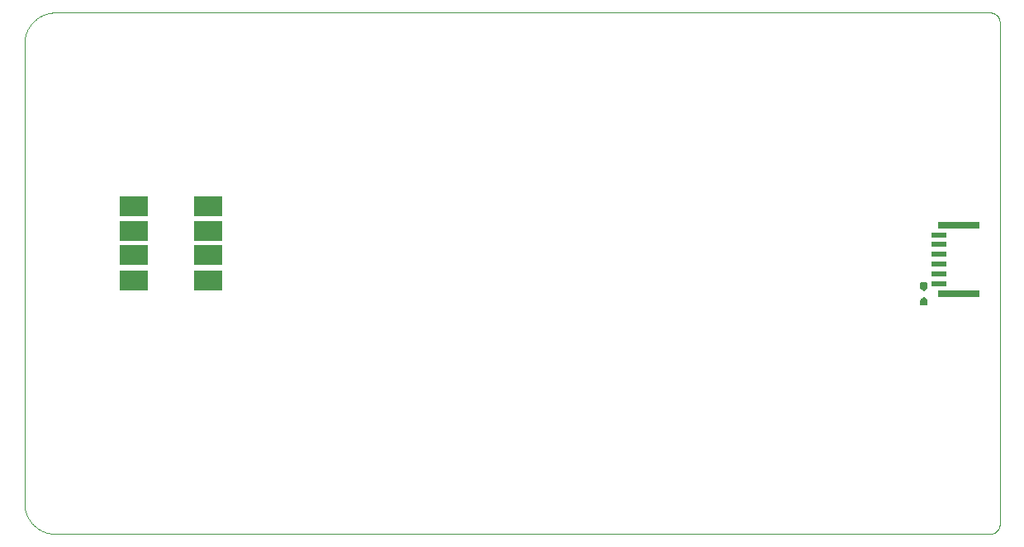
<source format=gtp>
G75*
%MOIN*%
%OFA0B0*%
%FSLAX25Y25*%
%IPPOS*%
%LPD*%
%AMOC8*
5,1,8,0,0,1.08239X$1,22.5*
%
%ADD10C,0.00000*%
%ADD11R,0.11811X0.07874*%
%ADD12R,0.05906X0.02362*%
%ADD13R,0.16535X0.02756*%
%ADD14C,0.00500*%
D10*
X0013770Y0002234D02*
X0391014Y0002234D01*
X0391138Y0002236D01*
X0391261Y0002242D01*
X0391385Y0002251D01*
X0391507Y0002265D01*
X0391630Y0002282D01*
X0391752Y0002304D01*
X0391873Y0002329D01*
X0391993Y0002358D01*
X0392112Y0002390D01*
X0392231Y0002427D01*
X0392348Y0002467D01*
X0392463Y0002510D01*
X0392578Y0002558D01*
X0392690Y0002609D01*
X0392801Y0002663D01*
X0392911Y0002721D01*
X0393018Y0002782D01*
X0393124Y0002847D01*
X0393227Y0002915D01*
X0393328Y0002986D01*
X0393427Y0003060D01*
X0393524Y0003137D01*
X0393618Y0003218D01*
X0393709Y0003301D01*
X0393798Y0003387D01*
X0393884Y0003476D01*
X0393967Y0003567D01*
X0394048Y0003661D01*
X0394125Y0003758D01*
X0394199Y0003857D01*
X0394270Y0003958D01*
X0394338Y0004061D01*
X0394403Y0004167D01*
X0394464Y0004274D01*
X0394522Y0004384D01*
X0394576Y0004495D01*
X0394627Y0004607D01*
X0394675Y0004722D01*
X0394718Y0004837D01*
X0394758Y0004954D01*
X0394795Y0005073D01*
X0394827Y0005192D01*
X0394856Y0005312D01*
X0394881Y0005433D01*
X0394903Y0005555D01*
X0394920Y0005678D01*
X0394934Y0005800D01*
X0394943Y0005924D01*
X0394949Y0006047D01*
X0394951Y0006171D01*
X0394951Y0208927D01*
X0394949Y0209051D01*
X0394943Y0209174D01*
X0394934Y0209298D01*
X0394920Y0209420D01*
X0394903Y0209543D01*
X0394881Y0209665D01*
X0394856Y0209786D01*
X0394827Y0209906D01*
X0394795Y0210025D01*
X0394758Y0210144D01*
X0394718Y0210261D01*
X0394675Y0210376D01*
X0394627Y0210491D01*
X0394576Y0210603D01*
X0394522Y0210714D01*
X0394464Y0210824D01*
X0394403Y0210931D01*
X0394338Y0211037D01*
X0394270Y0211140D01*
X0394199Y0211241D01*
X0394125Y0211340D01*
X0394048Y0211437D01*
X0393967Y0211531D01*
X0393884Y0211622D01*
X0393798Y0211711D01*
X0393709Y0211797D01*
X0393618Y0211880D01*
X0393524Y0211961D01*
X0393427Y0212038D01*
X0393328Y0212112D01*
X0393227Y0212183D01*
X0393124Y0212251D01*
X0393018Y0212316D01*
X0392911Y0212377D01*
X0392801Y0212435D01*
X0392690Y0212489D01*
X0392578Y0212540D01*
X0392463Y0212588D01*
X0392348Y0212631D01*
X0392231Y0212671D01*
X0392112Y0212708D01*
X0391993Y0212740D01*
X0391873Y0212769D01*
X0391752Y0212794D01*
X0391630Y0212816D01*
X0391507Y0212833D01*
X0391385Y0212847D01*
X0391261Y0212856D01*
X0391138Y0212862D01*
X0391014Y0212864D01*
X0013770Y0212864D01*
X0013467Y0212860D01*
X0013165Y0212849D01*
X0012863Y0212831D01*
X0012562Y0212806D01*
X0012261Y0212773D01*
X0011961Y0212733D01*
X0011662Y0212685D01*
X0011365Y0212631D01*
X0011068Y0212569D01*
X0010774Y0212500D01*
X0010481Y0212424D01*
X0010190Y0212341D01*
X0009901Y0212251D01*
X0009615Y0212154D01*
X0009330Y0212050D01*
X0009049Y0211940D01*
X0008770Y0211822D01*
X0008494Y0211698D01*
X0008221Y0211567D01*
X0007952Y0211430D01*
X0007685Y0211286D01*
X0007423Y0211136D01*
X0007164Y0210979D01*
X0006909Y0210817D01*
X0006658Y0210648D01*
X0006411Y0210473D01*
X0006168Y0210292D01*
X0005930Y0210106D01*
X0005697Y0209913D01*
X0005468Y0209715D01*
X0005244Y0209512D01*
X0005025Y0209303D01*
X0004811Y0209089D01*
X0004602Y0208870D01*
X0004399Y0208646D01*
X0004201Y0208417D01*
X0004008Y0208184D01*
X0003822Y0207946D01*
X0003641Y0207703D01*
X0003466Y0207456D01*
X0003297Y0207205D01*
X0003135Y0206950D01*
X0002978Y0206691D01*
X0002828Y0206429D01*
X0002684Y0206162D01*
X0002547Y0205893D01*
X0002416Y0205620D01*
X0002292Y0205344D01*
X0002174Y0205065D01*
X0002064Y0204784D01*
X0001960Y0204499D01*
X0001863Y0204213D01*
X0001773Y0203924D01*
X0001690Y0203633D01*
X0001614Y0203340D01*
X0001545Y0203046D01*
X0001483Y0202749D01*
X0001429Y0202452D01*
X0001381Y0202153D01*
X0001341Y0201853D01*
X0001308Y0201552D01*
X0001283Y0201251D01*
X0001265Y0200949D01*
X0001254Y0200647D01*
X0001250Y0200344D01*
X0001250Y0014754D01*
X0001254Y0014451D01*
X0001265Y0014149D01*
X0001283Y0013847D01*
X0001308Y0013546D01*
X0001341Y0013245D01*
X0001381Y0012945D01*
X0001429Y0012646D01*
X0001483Y0012349D01*
X0001545Y0012052D01*
X0001614Y0011758D01*
X0001690Y0011465D01*
X0001773Y0011174D01*
X0001863Y0010885D01*
X0001960Y0010599D01*
X0002064Y0010314D01*
X0002174Y0010033D01*
X0002292Y0009754D01*
X0002416Y0009478D01*
X0002547Y0009205D01*
X0002684Y0008936D01*
X0002828Y0008669D01*
X0002978Y0008407D01*
X0003135Y0008148D01*
X0003297Y0007893D01*
X0003466Y0007642D01*
X0003641Y0007395D01*
X0003822Y0007152D01*
X0004008Y0006914D01*
X0004201Y0006681D01*
X0004399Y0006452D01*
X0004602Y0006228D01*
X0004811Y0006009D01*
X0005025Y0005795D01*
X0005244Y0005586D01*
X0005468Y0005383D01*
X0005697Y0005185D01*
X0005930Y0004992D01*
X0006168Y0004806D01*
X0006411Y0004625D01*
X0006658Y0004450D01*
X0006909Y0004281D01*
X0007164Y0004119D01*
X0007423Y0003962D01*
X0007685Y0003812D01*
X0007952Y0003668D01*
X0008221Y0003531D01*
X0008494Y0003400D01*
X0008770Y0003276D01*
X0009049Y0003158D01*
X0009330Y0003048D01*
X0009615Y0002944D01*
X0009901Y0002847D01*
X0010190Y0002757D01*
X0010481Y0002674D01*
X0010774Y0002598D01*
X0011068Y0002529D01*
X0011365Y0002467D01*
X0011662Y0002413D01*
X0011961Y0002365D01*
X0012261Y0002325D01*
X0012562Y0002292D01*
X0012863Y0002267D01*
X0013165Y0002249D01*
X0013467Y0002238D01*
X0013770Y0002234D01*
D11*
X0045541Y0104793D03*
X0045541Y0114833D03*
X0045541Y0124793D03*
X0045541Y0134793D03*
X0075541Y0134793D03*
X0075541Y0124793D03*
X0075541Y0114833D03*
X0075541Y0104793D03*
D12*
X0370281Y0103392D03*
X0370281Y0107329D03*
X0370281Y0111266D03*
X0370281Y0115203D03*
X0370281Y0119140D03*
X0370281Y0123077D03*
D13*
X0378549Y0127014D03*
X0378549Y0099455D03*
D14*
X0365500Y0101734D02*
X0364250Y0100797D01*
X0363000Y0101734D01*
X0363000Y0103609D01*
X0365500Y0103609D01*
X0365500Y0101734D01*
X0365500Y0101937D02*
X0363000Y0101937D01*
X0363000Y0102435D02*
X0365500Y0102435D01*
X0365500Y0102934D02*
X0363000Y0102934D01*
X0363000Y0103432D02*
X0365500Y0103432D01*
X0365105Y0101438D02*
X0363395Y0101438D01*
X0364060Y0100939D02*
X0364440Y0100939D01*
X0364250Y0097672D02*
X0365500Y0096734D01*
X0365500Y0094859D01*
X0363000Y0094859D01*
X0363000Y0096734D01*
X0364250Y0097672D01*
X0363954Y0097450D02*
X0364546Y0097450D01*
X0365210Y0096951D02*
X0363290Y0096951D01*
X0363000Y0096453D02*
X0365500Y0096453D01*
X0365500Y0095954D02*
X0363000Y0095954D01*
X0363000Y0095456D02*
X0365500Y0095456D01*
X0365500Y0094957D02*
X0363000Y0094957D01*
M02*

</source>
